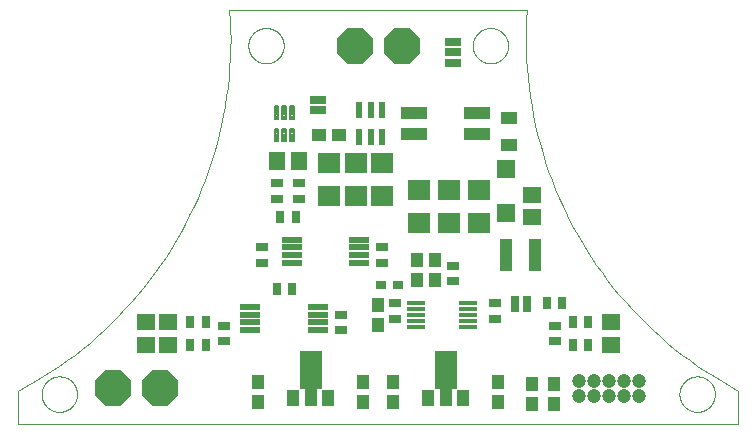
<source format=gts>
G75*
%MOIN*%
%OFA0B0*%
%FSLAX25Y25*%
%IPPOS*%
%LPD*%
%AMOC8*
5,1,8,0,0,1.08239X$1,22.5*
%
%ADD10C,0.00000*%
%ADD11C,0.00039*%
%ADD12R,0.04337X0.04731*%
%ADD13R,0.03943X0.03156*%
%ADD14R,0.03156X0.03943*%
%ADD15R,0.06581X0.02014*%
%ADD16R,0.03943X0.05518*%
%ADD17R,0.03943X0.06207*%
%ADD18R,0.07223X0.12703*%
%ADD19C,0.04731*%
%ADD20R,0.06306X0.05518*%
%ADD21R,0.05518X0.06306*%
%ADD22R,0.02900X0.05400*%
%ADD23R,0.06000X0.01500*%
%ADD24OC8,0.12211*%
%ADD25C,0.00790*%
%ADD26R,0.03353X0.03156*%
%ADD27R,0.09061X0.04337*%
%ADD28R,0.05518X0.03943*%
%ADD29R,0.05912X0.05912*%
%ADD30R,0.04337X0.11030*%
%ADD31R,0.05400X0.02900*%
%ADD32R,0.04731X0.04337*%
%ADD33R,0.02400X0.05200*%
%ADD34R,0.07487X0.06699*%
D10*
X0032750Y0016500D02*
X0032750Y0027524D01*
X0032750Y0016500D02*
X0272907Y0016500D01*
X0272907Y0027524D01*
X0272907Y0027523D02*
X0270093Y0029042D01*
X0267315Y0030628D01*
X0264577Y0032281D01*
X0261880Y0034000D01*
X0259225Y0035784D01*
X0256614Y0037631D01*
X0254048Y0039541D01*
X0251530Y0041513D01*
X0249060Y0043545D01*
X0246640Y0045636D01*
X0244271Y0047785D01*
X0241954Y0049991D01*
X0239692Y0052252D01*
X0237485Y0054567D01*
X0235335Y0056935D01*
X0233243Y0059354D01*
X0231210Y0061823D01*
X0229237Y0064341D01*
X0227326Y0066905D01*
X0225477Y0069515D01*
X0223692Y0072169D01*
X0221972Y0074866D01*
X0220318Y0077603D01*
X0218730Y0080380D01*
X0217210Y0083194D01*
X0215758Y0086044D01*
X0214376Y0088928D01*
X0213064Y0091845D01*
X0211823Y0094793D01*
X0210654Y0097770D01*
X0209557Y0100775D01*
X0208533Y0103805D01*
X0207582Y0106859D01*
X0206706Y0109935D01*
X0205905Y0113031D01*
X0205179Y0116146D01*
X0204528Y0119278D01*
X0203953Y0122424D01*
X0203455Y0125583D01*
X0203033Y0128754D01*
X0202688Y0131934D01*
X0202420Y0135121D01*
X0202229Y0138314D01*
X0202115Y0141510D01*
X0202079Y0144708D01*
X0202120Y0147906D01*
X0202239Y0151103D01*
X0202435Y0154295D01*
X0103222Y0154295D01*
X0103223Y0154295D02*
X0103419Y0151103D01*
X0103538Y0147906D01*
X0103579Y0144708D01*
X0103543Y0141510D01*
X0103429Y0138314D01*
X0103238Y0135121D01*
X0102970Y0131934D01*
X0102625Y0128754D01*
X0102203Y0125583D01*
X0101705Y0122424D01*
X0101130Y0119278D01*
X0100479Y0116146D01*
X0099753Y0113031D01*
X0098952Y0109935D01*
X0098076Y0106859D01*
X0097125Y0103805D01*
X0096101Y0100775D01*
X0095004Y0097770D01*
X0093835Y0094793D01*
X0092594Y0091845D01*
X0091282Y0088928D01*
X0089900Y0086044D01*
X0088448Y0083194D01*
X0086928Y0080380D01*
X0085340Y0077603D01*
X0083686Y0074866D01*
X0081966Y0072169D01*
X0080181Y0069515D01*
X0078332Y0066905D01*
X0076421Y0064341D01*
X0074448Y0061823D01*
X0072415Y0059354D01*
X0070323Y0056935D01*
X0068173Y0054567D01*
X0065966Y0052252D01*
X0063704Y0049991D01*
X0061387Y0047785D01*
X0059018Y0045636D01*
X0056598Y0043545D01*
X0054128Y0041513D01*
X0051610Y0039541D01*
X0049044Y0037631D01*
X0046433Y0035784D01*
X0043778Y0034000D01*
X0041081Y0032281D01*
X0038343Y0030628D01*
X0035565Y0029042D01*
X0032751Y0027523D01*
D11*
X0040624Y0026343D02*
X0040626Y0026496D01*
X0040632Y0026650D01*
X0040642Y0026803D01*
X0040656Y0026955D01*
X0040674Y0027108D01*
X0040696Y0027259D01*
X0040721Y0027410D01*
X0040751Y0027561D01*
X0040785Y0027711D01*
X0040822Y0027859D01*
X0040863Y0028007D01*
X0040908Y0028153D01*
X0040957Y0028299D01*
X0041010Y0028443D01*
X0041066Y0028585D01*
X0041126Y0028726D01*
X0041190Y0028866D01*
X0041257Y0029004D01*
X0041328Y0029140D01*
X0041403Y0029274D01*
X0041480Y0029406D01*
X0041562Y0029536D01*
X0041646Y0029664D01*
X0041734Y0029790D01*
X0041825Y0029913D01*
X0041919Y0030034D01*
X0042017Y0030152D01*
X0042117Y0030268D01*
X0042221Y0030381D01*
X0042327Y0030492D01*
X0042436Y0030600D01*
X0042548Y0030705D01*
X0042662Y0030806D01*
X0042780Y0030905D01*
X0042899Y0031001D01*
X0043021Y0031094D01*
X0043146Y0031183D01*
X0043273Y0031270D01*
X0043402Y0031352D01*
X0043533Y0031432D01*
X0043666Y0031508D01*
X0043801Y0031581D01*
X0043938Y0031650D01*
X0044077Y0031715D01*
X0044217Y0031777D01*
X0044359Y0031835D01*
X0044502Y0031890D01*
X0044647Y0031941D01*
X0044793Y0031988D01*
X0044940Y0032031D01*
X0045088Y0032070D01*
X0045237Y0032106D01*
X0045387Y0032137D01*
X0045538Y0032165D01*
X0045689Y0032189D01*
X0045842Y0032209D01*
X0045994Y0032225D01*
X0046147Y0032237D01*
X0046300Y0032245D01*
X0046453Y0032249D01*
X0046607Y0032249D01*
X0046760Y0032245D01*
X0046913Y0032237D01*
X0047066Y0032225D01*
X0047218Y0032209D01*
X0047371Y0032189D01*
X0047522Y0032165D01*
X0047673Y0032137D01*
X0047823Y0032106D01*
X0047972Y0032070D01*
X0048120Y0032031D01*
X0048267Y0031988D01*
X0048413Y0031941D01*
X0048558Y0031890D01*
X0048701Y0031835D01*
X0048843Y0031777D01*
X0048983Y0031715D01*
X0049122Y0031650D01*
X0049259Y0031581D01*
X0049394Y0031508D01*
X0049527Y0031432D01*
X0049658Y0031352D01*
X0049787Y0031270D01*
X0049914Y0031183D01*
X0050039Y0031094D01*
X0050161Y0031001D01*
X0050280Y0030905D01*
X0050398Y0030806D01*
X0050512Y0030705D01*
X0050624Y0030600D01*
X0050733Y0030492D01*
X0050839Y0030381D01*
X0050943Y0030268D01*
X0051043Y0030152D01*
X0051141Y0030034D01*
X0051235Y0029913D01*
X0051326Y0029790D01*
X0051414Y0029664D01*
X0051498Y0029536D01*
X0051580Y0029406D01*
X0051657Y0029274D01*
X0051732Y0029140D01*
X0051803Y0029004D01*
X0051870Y0028866D01*
X0051934Y0028726D01*
X0051994Y0028585D01*
X0052050Y0028443D01*
X0052103Y0028299D01*
X0052152Y0028153D01*
X0052197Y0028007D01*
X0052238Y0027859D01*
X0052275Y0027711D01*
X0052309Y0027561D01*
X0052339Y0027410D01*
X0052364Y0027259D01*
X0052386Y0027108D01*
X0052404Y0026955D01*
X0052418Y0026803D01*
X0052428Y0026650D01*
X0052434Y0026496D01*
X0052436Y0026343D01*
X0052434Y0026190D01*
X0052428Y0026036D01*
X0052418Y0025883D01*
X0052404Y0025731D01*
X0052386Y0025578D01*
X0052364Y0025427D01*
X0052339Y0025276D01*
X0052309Y0025125D01*
X0052275Y0024975D01*
X0052238Y0024827D01*
X0052197Y0024679D01*
X0052152Y0024533D01*
X0052103Y0024387D01*
X0052050Y0024243D01*
X0051994Y0024101D01*
X0051934Y0023960D01*
X0051870Y0023820D01*
X0051803Y0023682D01*
X0051732Y0023546D01*
X0051657Y0023412D01*
X0051580Y0023280D01*
X0051498Y0023150D01*
X0051414Y0023022D01*
X0051326Y0022896D01*
X0051235Y0022773D01*
X0051141Y0022652D01*
X0051043Y0022534D01*
X0050943Y0022418D01*
X0050839Y0022305D01*
X0050733Y0022194D01*
X0050624Y0022086D01*
X0050512Y0021981D01*
X0050398Y0021880D01*
X0050280Y0021781D01*
X0050161Y0021685D01*
X0050039Y0021592D01*
X0049914Y0021503D01*
X0049787Y0021416D01*
X0049658Y0021334D01*
X0049527Y0021254D01*
X0049394Y0021178D01*
X0049259Y0021105D01*
X0049122Y0021036D01*
X0048983Y0020971D01*
X0048843Y0020909D01*
X0048701Y0020851D01*
X0048558Y0020796D01*
X0048413Y0020745D01*
X0048267Y0020698D01*
X0048120Y0020655D01*
X0047972Y0020616D01*
X0047823Y0020580D01*
X0047673Y0020549D01*
X0047522Y0020521D01*
X0047371Y0020497D01*
X0047218Y0020477D01*
X0047066Y0020461D01*
X0046913Y0020449D01*
X0046760Y0020441D01*
X0046607Y0020437D01*
X0046453Y0020437D01*
X0046300Y0020441D01*
X0046147Y0020449D01*
X0045994Y0020461D01*
X0045842Y0020477D01*
X0045689Y0020497D01*
X0045538Y0020521D01*
X0045387Y0020549D01*
X0045237Y0020580D01*
X0045088Y0020616D01*
X0044940Y0020655D01*
X0044793Y0020698D01*
X0044647Y0020745D01*
X0044502Y0020796D01*
X0044359Y0020851D01*
X0044217Y0020909D01*
X0044077Y0020971D01*
X0043938Y0021036D01*
X0043801Y0021105D01*
X0043666Y0021178D01*
X0043533Y0021254D01*
X0043402Y0021334D01*
X0043273Y0021416D01*
X0043146Y0021503D01*
X0043021Y0021592D01*
X0042899Y0021685D01*
X0042780Y0021781D01*
X0042662Y0021880D01*
X0042548Y0021981D01*
X0042436Y0022086D01*
X0042327Y0022194D01*
X0042221Y0022305D01*
X0042117Y0022418D01*
X0042017Y0022534D01*
X0041919Y0022652D01*
X0041825Y0022773D01*
X0041734Y0022896D01*
X0041646Y0023022D01*
X0041562Y0023150D01*
X0041480Y0023280D01*
X0041403Y0023412D01*
X0041328Y0023546D01*
X0041257Y0023682D01*
X0041190Y0023820D01*
X0041126Y0023960D01*
X0041066Y0024101D01*
X0041010Y0024243D01*
X0040957Y0024387D01*
X0040908Y0024533D01*
X0040863Y0024679D01*
X0040822Y0024827D01*
X0040785Y0024975D01*
X0040751Y0025125D01*
X0040721Y0025276D01*
X0040696Y0025427D01*
X0040674Y0025578D01*
X0040656Y0025731D01*
X0040642Y0025883D01*
X0040632Y0026036D01*
X0040626Y0026190D01*
X0040624Y0026343D01*
X0109521Y0142484D02*
X0109523Y0142637D01*
X0109529Y0142791D01*
X0109539Y0142944D01*
X0109553Y0143096D01*
X0109571Y0143249D01*
X0109593Y0143400D01*
X0109618Y0143551D01*
X0109648Y0143702D01*
X0109682Y0143852D01*
X0109719Y0144000D01*
X0109760Y0144148D01*
X0109805Y0144294D01*
X0109854Y0144440D01*
X0109907Y0144584D01*
X0109963Y0144726D01*
X0110023Y0144867D01*
X0110087Y0145007D01*
X0110154Y0145145D01*
X0110225Y0145281D01*
X0110300Y0145415D01*
X0110377Y0145547D01*
X0110459Y0145677D01*
X0110543Y0145805D01*
X0110631Y0145931D01*
X0110722Y0146054D01*
X0110816Y0146175D01*
X0110914Y0146293D01*
X0111014Y0146409D01*
X0111118Y0146522D01*
X0111224Y0146633D01*
X0111333Y0146741D01*
X0111445Y0146846D01*
X0111559Y0146947D01*
X0111677Y0147046D01*
X0111796Y0147142D01*
X0111918Y0147235D01*
X0112043Y0147324D01*
X0112170Y0147411D01*
X0112299Y0147493D01*
X0112430Y0147573D01*
X0112563Y0147649D01*
X0112698Y0147722D01*
X0112835Y0147791D01*
X0112974Y0147856D01*
X0113114Y0147918D01*
X0113256Y0147976D01*
X0113399Y0148031D01*
X0113544Y0148082D01*
X0113690Y0148129D01*
X0113837Y0148172D01*
X0113985Y0148211D01*
X0114134Y0148247D01*
X0114284Y0148278D01*
X0114435Y0148306D01*
X0114586Y0148330D01*
X0114739Y0148350D01*
X0114891Y0148366D01*
X0115044Y0148378D01*
X0115197Y0148386D01*
X0115350Y0148390D01*
X0115504Y0148390D01*
X0115657Y0148386D01*
X0115810Y0148378D01*
X0115963Y0148366D01*
X0116115Y0148350D01*
X0116268Y0148330D01*
X0116419Y0148306D01*
X0116570Y0148278D01*
X0116720Y0148247D01*
X0116869Y0148211D01*
X0117017Y0148172D01*
X0117164Y0148129D01*
X0117310Y0148082D01*
X0117455Y0148031D01*
X0117598Y0147976D01*
X0117740Y0147918D01*
X0117880Y0147856D01*
X0118019Y0147791D01*
X0118156Y0147722D01*
X0118291Y0147649D01*
X0118424Y0147573D01*
X0118555Y0147493D01*
X0118684Y0147411D01*
X0118811Y0147324D01*
X0118936Y0147235D01*
X0119058Y0147142D01*
X0119177Y0147046D01*
X0119295Y0146947D01*
X0119409Y0146846D01*
X0119521Y0146741D01*
X0119630Y0146633D01*
X0119736Y0146522D01*
X0119840Y0146409D01*
X0119940Y0146293D01*
X0120038Y0146175D01*
X0120132Y0146054D01*
X0120223Y0145931D01*
X0120311Y0145805D01*
X0120395Y0145677D01*
X0120477Y0145547D01*
X0120554Y0145415D01*
X0120629Y0145281D01*
X0120700Y0145145D01*
X0120767Y0145007D01*
X0120831Y0144867D01*
X0120891Y0144726D01*
X0120947Y0144584D01*
X0121000Y0144440D01*
X0121049Y0144294D01*
X0121094Y0144148D01*
X0121135Y0144000D01*
X0121172Y0143852D01*
X0121206Y0143702D01*
X0121236Y0143551D01*
X0121261Y0143400D01*
X0121283Y0143249D01*
X0121301Y0143096D01*
X0121315Y0142944D01*
X0121325Y0142791D01*
X0121331Y0142637D01*
X0121333Y0142484D01*
X0121331Y0142331D01*
X0121325Y0142177D01*
X0121315Y0142024D01*
X0121301Y0141872D01*
X0121283Y0141719D01*
X0121261Y0141568D01*
X0121236Y0141417D01*
X0121206Y0141266D01*
X0121172Y0141116D01*
X0121135Y0140968D01*
X0121094Y0140820D01*
X0121049Y0140674D01*
X0121000Y0140528D01*
X0120947Y0140384D01*
X0120891Y0140242D01*
X0120831Y0140101D01*
X0120767Y0139961D01*
X0120700Y0139823D01*
X0120629Y0139687D01*
X0120554Y0139553D01*
X0120477Y0139421D01*
X0120395Y0139291D01*
X0120311Y0139163D01*
X0120223Y0139037D01*
X0120132Y0138914D01*
X0120038Y0138793D01*
X0119940Y0138675D01*
X0119840Y0138559D01*
X0119736Y0138446D01*
X0119630Y0138335D01*
X0119521Y0138227D01*
X0119409Y0138122D01*
X0119295Y0138021D01*
X0119177Y0137922D01*
X0119058Y0137826D01*
X0118936Y0137733D01*
X0118811Y0137644D01*
X0118684Y0137557D01*
X0118555Y0137475D01*
X0118424Y0137395D01*
X0118291Y0137319D01*
X0118156Y0137246D01*
X0118019Y0137177D01*
X0117880Y0137112D01*
X0117740Y0137050D01*
X0117598Y0136992D01*
X0117455Y0136937D01*
X0117310Y0136886D01*
X0117164Y0136839D01*
X0117017Y0136796D01*
X0116869Y0136757D01*
X0116720Y0136721D01*
X0116570Y0136690D01*
X0116419Y0136662D01*
X0116268Y0136638D01*
X0116115Y0136618D01*
X0115963Y0136602D01*
X0115810Y0136590D01*
X0115657Y0136582D01*
X0115504Y0136578D01*
X0115350Y0136578D01*
X0115197Y0136582D01*
X0115044Y0136590D01*
X0114891Y0136602D01*
X0114739Y0136618D01*
X0114586Y0136638D01*
X0114435Y0136662D01*
X0114284Y0136690D01*
X0114134Y0136721D01*
X0113985Y0136757D01*
X0113837Y0136796D01*
X0113690Y0136839D01*
X0113544Y0136886D01*
X0113399Y0136937D01*
X0113256Y0136992D01*
X0113114Y0137050D01*
X0112974Y0137112D01*
X0112835Y0137177D01*
X0112698Y0137246D01*
X0112563Y0137319D01*
X0112430Y0137395D01*
X0112299Y0137475D01*
X0112170Y0137557D01*
X0112043Y0137644D01*
X0111918Y0137733D01*
X0111796Y0137826D01*
X0111677Y0137922D01*
X0111559Y0138021D01*
X0111445Y0138122D01*
X0111333Y0138227D01*
X0111224Y0138335D01*
X0111118Y0138446D01*
X0111014Y0138559D01*
X0110914Y0138675D01*
X0110816Y0138793D01*
X0110722Y0138914D01*
X0110631Y0139037D01*
X0110543Y0139163D01*
X0110459Y0139291D01*
X0110377Y0139421D01*
X0110300Y0139553D01*
X0110225Y0139687D01*
X0110154Y0139823D01*
X0110087Y0139961D01*
X0110023Y0140101D01*
X0109963Y0140242D01*
X0109907Y0140384D01*
X0109854Y0140528D01*
X0109805Y0140674D01*
X0109760Y0140820D01*
X0109719Y0140968D01*
X0109682Y0141116D01*
X0109648Y0141266D01*
X0109618Y0141417D01*
X0109593Y0141568D01*
X0109571Y0141719D01*
X0109553Y0141872D01*
X0109539Y0142024D01*
X0109529Y0142177D01*
X0109523Y0142331D01*
X0109521Y0142484D01*
X0184324Y0142484D02*
X0184326Y0142637D01*
X0184332Y0142791D01*
X0184342Y0142944D01*
X0184356Y0143096D01*
X0184374Y0143249D01*
X0184396Y0143400D01*
X0184421Y0143551D01*
X0184451Y0143702D01*
X0184485Y0143852D01*
X0184522Y0144000D01*
X0184563Y0144148D01*
X0184608Y0144294D01*
X0184657Y0144440D01*
X0184710Y0144584D01*
X0184766Y0144726D01*
X0184826Y0144867D01*
X0184890Y0145007D01*
X0184957Y0145145D01*
X0185028Y0145281D01*
X0185103Y0145415D01*
X0185180Y0145547D01*
X0185262Y0145677D01*
X0185346Y0145805D01*
X0185434Y0145931D01*
X0185525Y0146054D01*
X0185619Y0146175D01*
X0185717Y0146293D01*
X0185817Y0146409D01*
X0185921Y0146522D01*
X0186027Y0146633D01*
X0186136Y0146741D01*
X0186248Y0146846D01*
X0186362Y0146947D01*
X0186480Y0147046D01*
X0186599Y0147142D01*
X0186721Y0147235D01*
X0186846Y0147324D01*
X0186973Y0147411D01*
X0187102Y0147493D01*
X0187233Y0147573D01*
X0187366Y0147649D01*
X0187501Y0147722D01*
X0187638Y0147791D01*
X0187777Y0147856D01*
X0187917Y0147918D01*
X0188059Y0147976D01*
X0188202Y0148031D01*
X0188347Y0148082D01*
X0188493Y0148129D01*
X0188640Y0148172D01*
X0188788Y0148211D01*
X0188937Y0148247D01*
X0189087Y0148278D01*
X0189238Y0148306D01*
X0189389Y0148330D01*
X0189542Y0148350D01*
X0189694Y0148366D01*
X0189847Y0148378D01*
X0190000Y0148386D01*
X0190153Y0148390D01*
X0190307Y0148390D01*
X0190460Y0148386D01*
X0190613Y0148378D01*
X0190766Y0148366D01*
X0190918Y0148350D01*
X0191071Y0148330D01*
X0191222Y0148306D01*
X0191373Y0148278D01*
X0191523Y0148247D01*
X0191672Y0148211D01*
X0191820Y0148172D01*
X0191967Y0148129D01*
X0192113Y0148082D01*
X0192258Y0148031D01*
X0192401Y0147976D01*
X0192543Y0147918D01*
X0192683Y0147856D01*
X0192822Y0147791D01*
X0192959Y0147722D01*
X0193094Y0147649D01*
X0193227Y0147573D01*
X0193358Y0147493D01*
X0193487Y0147411D01*
X0193614Y0147324D01*
X0193739Y0147235D01*
X0193861Y0147142D01*
X0193980Y0147046D01*
X0194098Y0146947D01*
X0194212Y0146846D01*
X0194324Y0146741D01*
X0194433Y0146633D01*
X0194539Y0146522D01*
X0194643Y0146409D01*
X0194743Y0146293D01*
X0194841Y0146175D01*
X0194935Y0146054D01*
X0195026Y0145931D01*
X0195114Y0145805D01*
X0195198Y0145677D01*
X0195280Y0145547D01*
X0195357Y0145415D01*
X0195432Y0145281D01*
X0195503Y0145145D01*
X0195570Y0145007D01*
X0195634Y0144867D01*
X0195694Y0144726D01*
X0195750Y0144584D01*
X0195803Y0144440D01*
X0195852Y0144294D01*
X0195897Y0144148D01*
X0195938Y0144000D01*
X0195975Y0143852D01*
X0196009Y0143702D01*
X0196039Y0143551D01*
X0196064Y0143400D01*
X0196086Y0143249D01*
X0196104Y0143096D01*
X0196118Y0142944D01*
X0196128Y0142791D01*
X0196134Y0142637D01*
X0196136Y0142484D01*
X0196134Y0142331D01*
X0196128Y0142177D01*
X0196118Y0142024D01*
X0196104Y0141872D01*
X0196086Y0141719D01*
X0196064Y0141568D01*
X0196039Y0141417D01*
X0196009Y0141266D01*
X0195975Y0141116D01*
X0195938Y0140968D01*
X0195897Y0140820D01*
X0195852Y0140674D01*
X0195803Y0140528D01*
X0195750Y0140384D01*
X0195694Y0140242D01*
X0195634Y0140101D01*
X0195570Y0139961D01*
X0195503Y0139823D01*
X0195432Y0139687D01*
X0195357Y0139553D01*
X0195280Y0139421D01*
X0195198Y0139291D01*
X0195114Y0139163D01*
X0195026Y0139037D01*
X0194935Y0138914D01*
X0194841Y0138793D01*
X0194743Y0138675D01*
X0194643Y0138559D01*
X0194539Y0138446D01*
X0194433Y0138335D01*
X0194324Y0138227D01*
X0194212Y0138122D01*
X0194098Y0138021D01*
X0193980Y0137922D01*
X0193861Y0137826D01*
X0193739Y0137733D01*
X0193614Y0137644D01*
X0193487Y0137557D01*
X0193358Y0137475D01*
X0193227Y0137395D01*
X0193094Y0137319D01*
X0192959Y0137246D01*
X0192822Y0137177D01*
X0192683Y0137112D01*
X0192543Y0137050D01*
X0192401Y0136992D01*
X0192258Y0136937D01*
X0192113Y0136886D01*
X0191967Y0136839D01*
X0191820Y0136796D01*
X0191672Y0136757D01*
X0191523Y0136721D01*
X0191373Y0136690D01*
X0191222Y0136662D01*
X0191071Y0136638D01*
X0190918Y0136618D01*
X0190766Y0136602D01*
X0190613Y0136590D01*
X0190460Y0136582D01*
X0190307Y0136578D01*
X0190153Y0136578D01*
X0190000Y0136582D01*
X0189847Y0136590D01*
X0189694Y0136602D01*
X0189542Y0136618D01*
X0189389Y0136638D01*
X0189238Y0136662D01*
X0189087Y0136690D01*
X0188937Y0136721D01*
X0188788Y0136757D01*
X0188640Y0136796D01*
X0188493Y0136839D01*
X0188347Y0136886D01*
X0188202Y0136937D01*
X0188059Y0136992D01*
X0187917Y0137050D01*
X0187777Y0137112D01*
X0187638Y0137177D01*
X0187501Y0137246D01*
X0187366Y0137319D01*
X0187233Y0137395D01*
X0187102Y0137475D01*
X0186973Y0137557D01*
X0186846Y0137644D01*
X0186721Y0137733D01*
X0186599Y0137826D01*
X0186480Y0137922D01*
X0186362Y0138021D01*
X0186248Y0138122D01*
X0186136Y0138227D01*
X0186027Y0138335D01*
X0185921Y0138446D01*
X0185817Y0138559D01*
X0185717Y0138675D01*
X0185619Y0138793D01*
X0185525Y0138914D01*
X0185434Y0139037D01*
X0185346Y0139163D01*
X0185262Y0139291D01*
X0185180Y0139421D01*
X0185103Y0139553D01*
X0185028Y0139687D01*
X0184957Y0139823D01*
X0184890Y0139961D01*
X0184826Y0140101D01*
X0184766Y0140242D01*
X0184710Y0140384D01*
X0184657Y0140528D01*
X0184608Y0140674D01*
X0184563Y0140820D01*
X0184522Y0140968D01*
X0184485Y0141116D01*
X0184451Y0141266D01*
X0184421Y0141417D01*
X0184396Y0141568D01*
X0184374Y0141719D01*
X0184356Y0141872D01*
X0184342Y0142024D01*
X0184332Y0142177D01*
X0184326Y0142331D01*
X0184324Y0142484D01*
X0253222Y0026343D02*
X0253224Y0026496D01*
X0253230Y0026650D01*
X0253240Y0026803D01*
X0253254Y0026955D01*
X0253272Y0027108D01*
X0253294Y0027259D01*
X0253319Y0027410D01*
X0253349Y0027561D01*
X0253383Y0027711D01*
X0253420Y0027859D01*
X0253461Y0028007D01*
X0253506Y0028153D01*
X0253555Y0028299D01*
X0253608Y0028443D01*
X0253664Y0028585D01*
X0253724Y0028726D01*
X0253788Y0028866D01*
X0253855Y0029004D01*
X0253926Y0029140D01*
X0254001Y0029274D01*
X0254078Y0029406D01*
X0254160Y0029536D01*
X0254244Y0029664D01*
X0254332Y0029790D01*
X0254423Y0029913D01*
X0254517Y0030034D01*
X0254615Y0030152D01*
X0254715Y0030268D01*
X0254819Y0030381D01*
X0254925Y0030492D01*
X0255034Y0030600D01*
X0255146Y0030705D01*
X0255260Y0030806D01*
X0255378Y0030905D01*
X0255497Y0031001D01*
X0255619Y0031094D01*
X0255744Y0031183D01*
X0255871Y0031270D01*
X0256000Y0031352D01*
X0256131Y0031432D01*
X0256264Y0031508D01*
X0256399Y0031581D01*
X0256536Y0031650D01*
X0256675Y0031715D01*
X0256815Y0031777D01*
X0256957Y0031835D01*
X0257100Y0031890D01*
X0257245Y0031941D01*
X0257391Y0031988D01*
X0257538Y0032031D01*
X0257686Y0032070D01*
X0257835Y0032106D01*
X0257985Y0032137D01*
X0258136Y0032165D01*
X0258287Y0032189D01*
X0258440Y0032209D01*
X0258592Y0032225D01*
X0258745Y0032237D01*
X0258898Y0032245D01*
X0259051Y0032249D01*
X0259205Y0032249D01*
X0259358Y0032245D01*
X0259511Y0032237D01*
X0259664Y0032225D01*
X0259816Y0032209D01*
X0259969Y0032189D01*
X0260120Y0032165D01*
X0260271Y0032137D01*
X0260421Y0032106D01*
X0260570Y0032070D01*
X0260718Y0032031D01*
X0260865Y0031988D01*
X0261011Y0031941D01*
X0261156Y0031890D01*
X0261299Y0031835D01*
X0261441Y0031777D01*
X0261581Y0031715D01*
X0261720Y0031650D01*
X0261857Y0031581D01*
X0261992Y0031508D01*
X0262125Y0031432D01*
X0262256Y0031352D01*
X0262385Y0031270D01*
X0262512Y0031183D01*
X0262637Y0031094D01*
X0262759Y0031001D01*
X0262878Y0030905D01*
X0262996Y0030806D01*
X0263110Y0030705D01*
X0263222Y0030600D01*
X0263331Y0030492D01*
X0263437Y0030381D01*
X0263541Y0030268D01*
X0263641Y0030152D01*
X0263739Y0030034D01*
X0263833Y0029913D01*
X0263924Y0029790D01*
X0264012Y0029664D01*
X0264096Y0029536D01*
X0264178Y0029406D01*
X0264255Y0029274D01*
X0264330Y0029140D01*
X0264401Y0029004D01*
X0264468Y0028866D01*
X0264532Y0028726D01*
X0264592Y0028585D01*
X0264648Y0028443D01*
X0264701Y0028299D01*
X0264750Y0028153D01*
X0264795Y0028007D01*
X0264836Y0027859D01*
X0264873Y0027711D01*
X0264907Y0027561D01*
X0264937Y0027410D01*
X0264962Y0027259D01*
X0264984Y0027108D01*
X0265002Y0026955D01*
X0265016Y0026803D01*
X0265026Y0026650D01*
X0265032Y0026496D01*
X0265034Y0026343D01*
X0265032Y0026190D01*
X0265026Y0026036D01*
X0265016Y0025883D01*
X0265002Y0025731D01*
X0264984Y0025578D01*
X0264962Y0025427D01*
X0264937Y0025276D01*
X0264907Y0025125D01*
X0264873Y0024975D01*
X0264836Y0024827D01*
X0264795Y0024679D01*
X0264750Y0024533D01*
X0264701Y0024387D01*
X0264648Y0024243D01*
X0264592Y0024101D01*
X0264532Y0023960D01*
X0264468Y0023820D01*
X0264401Y0023682D01*
X0264330Y0023546D01*
X0264255Y0023412D01*
X0264178Y0023280D01*
X0264096Y0023150D01*
X0264012Y0023022D01*
X0263924Y0022896D01*
X0263833Y0022773D01*
X0263739Y0022652D01*
X0263641Y0022534D01*
X0263541Y0022418D01*
X0263437Y0022305D01*
X0263331Y0022194D01*
X0263222Y0022086D01*
X0263110Y0021981D01*
X0262996Y0021880D01*
X0262878Y0021781D01*
X0262759Y0021685D01*
X0262637Y0021592D01*
X0262512Y0021503D01*
X0262385Y0021416D01*
X0262256Y0021334D01*
X0262125Y0021254D01*
X0261992Y0021178D01*
X0261857Y0021105D01*
X0261720Y0021036D01*
X0261581Y0020971D01*
X0261441Y0020909D01*
X0261299Y0020851D01*
X0261156Y0020796D01*
X0261011Y0020745D01*
X0260865Y0020698D01*
X0260718Y0020655D01*
X0260570Y0020616D01*
X0260421Y0020580D01*
X0260271Y0020549D01*
X0260120Y0020521D01*
X0259969Y0020497D01*
X0259816Y0020477D01*
X0259664Y0020461D01*
X0259511Y0020449D01*
X0259358Y0020441D01*
X0259205Y0020437D01*
X0259051Y0020437D01*
X0258898Y0020441D01*
X0258745Y0020449D01*
X0258592Y0020461D01*
X0258440Y0020477D01*
X0258287Y0020497D01*
X0258136Y0020521D01*
X0257985Y0020549D01*
X0257835Y0020580D01*
X0257686Y0020616D01*
X0257538Y0020655D01*
X0257391Y0020698D01*
X0257245Y0020745D01*
X0257100Y0020796D01*
X0256957Y0020851D01*
X0256815Y0020909D01*
X0256675Y0020971D01*
X0256536Y0021036D01*
X0256399Y0021105D01*
X0256264Y0021178D01*
X0256131Y0021254D01*
X0256000Y0021334D01*
X0255871Y0021416D01*
X0255744Y0021503D01*
X0255619Y0021592D01*
X0255497Y0021685D01*
X0255378Y0021781D01*
X0255260Y0021880D01*
X0255146Y0021981D01*
X0255034Y0022086D01*
X0254925Y0022194D01*
X0254819Y0022305D01*
X0254715Y0022418D01*
X0254615Y0022534D01*
X0254517Y0022652D01*
X0254423Y0022773D01*
X0254332Y0022896D01*
X0254244Y0023022D01*
X0254160Y0023150D01*
X0254078Y0023280D01*
X0254001Y0023412D01*
X0253926Y0023546D01*
X0253855Y0023682D01*
X0253788Y0023820D01*
X0253724Y0023960D01*
X0253664Y0024101D01*
X0253608Y0024243D01*
X0253555Y0024387D01*
X0253506Y0024533D01*
X0253461Y0024679D01*
X0253420Y0024827D01*
X0253383Y0024975D01*
X0253349Y0025125D01*
X0253319Y0025276D01*
X0253294Y0025427D01*
X0253272Y0025578D01*
X0253254Y0025731D01*
X0253240Y0025883D01*
X0253230Y0026036D01*
X0253224Y0026190D01*
X0253222Y0026343D01*
D12*
X0211500Y0023154D03*
X0204000Y0023154D03*
X0204000Y0029846D03*
X0211500Y0029846D03*
X0192750Y0030471D03*
X0192750Y0023779D03*
X0157750Y0023779D03*
X0147750Y0023779D03*
X0147750Y0030471D03*
X0157750Y0030471D03*
X0152750Y0049404D03*
X0152750Y0056096D03*
X0165599Y0064374D03*
X0171849Y0064374D03*
X0171849Y0071067D03*
X0165599Y0071067D03*
X0112750Y0030471D03*
X0112750Y0023779D03*
D13*
X0101500Y0043941D03*
X0101500Y0049059D03*
X0114000Y0070191D03*
X0114000Y0075309D03*
X0119000Y0091441D03*
X0119000Y0096559D03*
X0126500Y0096559D03*
X0126500Y0091441D03*
X0154000Y0075309D03*
X0154000Y0070191D03*
X0158375Y0056559D03*
X0158375Y0051441D03*
X0140250Y0052809D03*
X0140250Y0047691D03*
X0177750Y0063941D03*
X0177750Y0069059D03*
X0191776Y0056589D03*
X0191776Y0051470D03*
X0211776Y0049089D03*
X0211776Y0043970D03*
D14*
X0217691Y0042750D03*
X0222809Y0042750D03*
X0222809Y0050250D03*
X0217691Y0050250D03*
X0214030Y0056776D03*
X0208911Y0056776D03*
X0124059Y0061500D03*
X0118941Y0061500D03*
X0095309Y0050250D03*
X0090191Y0050250D03*
X0090191Y0042750D03*
X0095309Y0042750D03*
X0120191Y0085250D03*
X0125309Y0085250D03*
D15*
X0123951Y0077839D03*
X0123951Y0075280D03*
X0123951Y0072720D03*
X0123951Y0070161D03*
X0146549Y0070161D03*
X0146549Y0072720D03*
X0146549Y0075280D03*
X0146549Y0077839D03*
X0132799Y0055339D03*
X0132799Y0052780D03*
X0132799Y0050220D03*
X0132799Y0047661D03*
X0110201Y0047661D03*
X0110201Y0050220D03*
X0110201Y0052780D03*
X0110201Y0055339D03*
D16*
X0124344Y0025004D03*
X0136156Y0025004D03*
X0169344Y0025004D03*
X0181156Y0025004D03*
D17*
X0175250Y0025348D03*
X0130250Y0025348D03*
D18*
X0130250Y0034404D03*
X0175250Y0034404D03*
D19*
X0219600Y0030811D03*
X0224600Y0030811D03*
X0229600Y0030811D03*
X0234600Y0030811D03*
X0239600Y0030811D03*
X0239600Y0025811D03*
X0234600Y0025811D03*
X0229600Y0025811D03*
X0224600Y0025811D03*
X0219600Y0025811D03*
D20*
X0230250Y0042760D03*
X0230250Y0050240D03*
X0204000Y0085260D03*
X0204000Y0092740D03*
X0082750Y0050240D03*
X0075250Y0050240D03*
X0075250Y0042760D03*
X0082750Y0042760D03*
D21*
X0119010Y0104000D03*
X0126490Y0104000D03*
D22*
X0198280Y0056224D03*
X0202280Y0056224D03*
D23*
X0182600Y0056650D03*
X0182600Y0054750D03*
X0182600Y0052750D03*
X0182600Y0050750D03*
X0182600Y0048850D03*
X0165400Y0048850D03*
X0165400Y0050750D03*
X0165400Y0052750D03*
X0165400Y0054750D03*
X0165400Y0056650D03*
D24*
X0079994Y0028311D03*
X0064246Y0028311D03*
X0144955Y0142484D03*
X0160703Y0142484D03*
D25*
X0123467Y0122427D02*
X0123467Y0118133D01*
X0123467Y0122427D02*
X0124651Y0122427D01*
X0124651Y0118133D01*
X0123467Y0118133D01*
X0123467Y0118883D02*
X0124651Y0118883D01*
X0124651Y0119633D02*
X0123467Y0119633D01*
X0123467Y0120383D02*
X0124651Y0120383D01*
X0124651Y0121133D02*
X0123467Y0121133D01*
X0123467Y0121883D02*
X0124651Y0121883D01*
X0120908Y0122427D02*
X0120908Y0118133D01*
X0120908Y0122427D02*
X0122092Y0122427D01*
X0122092Y0118133D01*
X0120908Y0118133D01*
X0120908Y0118883D02*
X0122092Y0118883D01*
X0122092Y0119633D02*
X0120908Y0119633D01*
X0120908Y0120383D02*
X0122092Y0120383D01*
X0122092Y0121133D02*
X0120908Y0121133D01*
X0120908Y0121883D02*
X0122092Y0121883D01*
X0118349Y0122427D02*
X0118349Y0118133D01*
X0118349Y0122427D02*
X0119533Y0122427D01*
X0119533Y0118133D01*
X0118349Y0118133D01*
X0118349Y0118883D02*
X0119533Y0118883D01*
X0119533Y0119633D02*
X0118349Y0119633D01*
X0118349Y0120383D02*
X0119533Y0120383D01*
X0119533Y0121133D02*
X0118349Y0121133D01*
X0118349Y0121883D02*
X0119533Y0121883D01*
X0119533Y0114867D02*
X0119533Y0110573D01*
X0118349Y0110573D01*
X0118349Y0114867D01*
X0119533Y0114867D01*
X0119533Y0111323D02*
X0118349Y0111323D01*
X0118349Y0112073D02*
X0119533Y0112073D01*
X0119533Y0112823D02*
X0118349Y0112823D01*
X0118349Y0113573D02*
X0119533Y0113573D01*
X0119533Y0114323D02*
X0118349Y0114323D01*
X0122092Y0114867D02*
X0122092Y0110573D01*
X0120908Y0110573D01*
X0120908Y0114867D01*
X0122092Y0114867D01*
X0122092Y0111323D02*
X0120908Y0111323D01*
X0120908Y0112073D02*
X0122092Y0112073D01*
X0122092Y0112823D02*
X0120908Y0112823D01*
X0120908Y0113573D02*
X0122092Y0113573D01*
X0122092Y0114323D02*
X0120908Y0114323D01*
X0124651Y0114867D02*
X0124651Y0110573D01*
X0123467Y0110573D01*
X0123467Y0114867D01*
X0124651Y0114867D01*
X0124651Y0111323D02*
X0123467Y0111323D01*
X0123467Y0112073D02*
X0124651Y0112073D01*
X0124651Y0112823D02*
X0123467Y0112823D01*
X0123467Y0113573D02*
X0124651Y0113573D01*
X0124651Y0114323D02*
X0123467Y0114323D01*
D26*
X0153646Y0062750D03*
X0159354Y0062750D03*
D27*
X0164817Y0112957D03*
X0164817Y0120043D03*
X0185683Y0120043D03*
X0185683Y0112957D03*
D28*
X0196500Y0109472D03*
X0196500Y0118528D03*
D29*
X0195250Y0101283D03*
X0195250Y0086717D03*
D30*
X0195526Y0072750D03*
X0204974Y0072750D03*
D31*
X0132750Y0120978D03*
X0132750Y0124522D03*
X0177750Y0136750D03*
X0177750Y0140250D03*
X0177750Y0143750D03*
D32*
X0139846Y0112750D03*
X0133154Y0112750D03*
D33*
X0146510Y0112000D03*
X0150250Y0112000D03*
X0153990Y0112000D03*
X0153990Y0121000D03*
X0150250Y0121000D03*
X0146510Y0121000D03*
D34*
X0145250Y0103262D03*
X0136500Y0103262D03*
X0154000Y0103262D03*
X0166500Y0094512D03*
X0176500Y0094512D03*
X0186500Y0094512D03*
X0186500Y0083488D03*
X0176500Y0083488D03*
X0166500Y0083488D03*
X0154000Y0092238D03*
X0145250Y0092238D03*
X0136500Y0092238D03*
M02*

</source>
